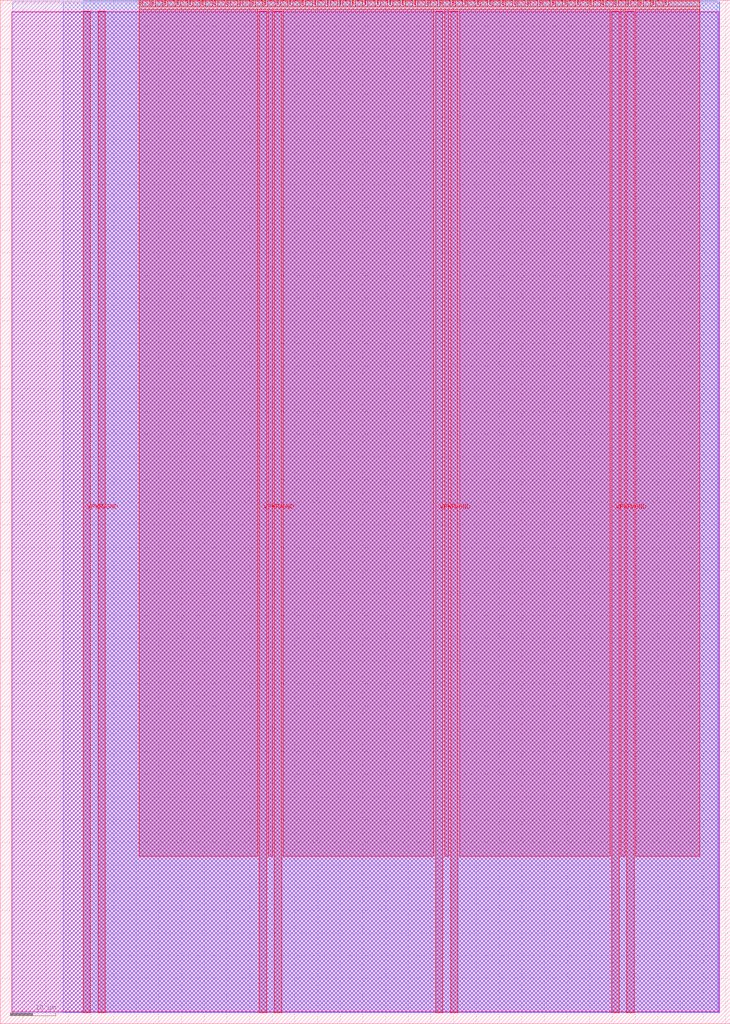
<source format=lef>
VERSION 5.7 ;
  NOWIREEXTENSIONATPIN ON ;
  DIVIDERCHAR "/" ;
  BUSBITCHARS "[]" ;
MACRO tt_um_rejunity_e2m0_x_i8_matmul
  CLASS BLOCK ;
  FOREIGN tt_um_rejunity_e2m0_x_i8_matmul ;
  ORIGIN 0.000 0.000 ;
  SIZE 161.000 BY 225.760 ;
  PIN VGND
    DIRECTION INOUT ;
    USE GROUND ;
    PORT
      LAYER met4 ;
        RECT 21.580 2.480 23.180 223.280 ;
    END
    PORT
      LAYER met4 ;
        RECT 60.450 2.480 62.050 223.280 ;
    END
    PORT
      LAYER met4 ;
        RECT 99.320 2.480 100.920 223.280 ;
    END
    PORT
      LAYER met4 ;
        RECT 138.190 2.480 139.790 223.280 ;
    END
  END VGND
  PIN VPWR
    DIRECTION INOUT ;
    USE POWER ;
    PORT
      LAYER met4 ;
        RECT 18.280 2.480 19.880 223.280 ;
    END
    PORT
      LAYER met4 ;
        RECT 57.150 2.480 58.750 223.280 ;
    END
    PORT
      LAYER met4 ;
        RECT 96.020 2.480 97.620 223.280 ;
    END
    PORT
      LAYER met4 ;
        RECT 134.890 2.480 136.490 223.280 ;
    END
  END VPWR
  PIN clk
    DIRECTION INPUT ;
    USE SIGNAL ;
    ANTENNAGATEAREA 0.852000 ;
    PORT
      LAYER met4 ;
        RECT 143.830 224.760 144.130 225.760 ;
    END
  END clk
  PIN ena
    DIRECTION INPUT ;
    USE SIGNAL ;
    ANTENNAGATEAREA 0.196500 ;
    PORT
      LAYER met4 ;
        RECT 146.590 224.760 146.890 225.760 ;
    END
  END ena
  PIN rst_n
    DIRECTION INPUT ;
    USE SIGNAL ;
    ANTENNAGATEAREA 0.196500 ;
    PORT
      LAYER met4 ;
        RECT 141.070 224.760 141.370 225.760 ;
    END
  END rst_n
  PIN ui_in[0]
    DIRECTION INPUT ;
    USE SIGNAL ;
    ANTENNAGATEAREA 0.213000 ;
    PORT
      LAYER met4 ;
        RECT 138.310 224.760 138.610 225.760 ;
    END
  END ui_in[0]
  PIN ui_in[1]
    DIRECTION INPUT ;
    USE SIGNAL ;
    ANTENNAGATEAREA 0.196500 ;
    PORT
      LAYER met4 ;
        RECT 135.550 224.760 135.850 225.760 ;
    END
  END ui_in[1]
  PIN ui_in[2]
    DIRECTION INPUT ;
    USE SIGNAL ;
    ANTENNAGATEAREA 0.196500 ;
    PORT
      LAYER met4 ;
        RECT 132.790 224.760 133.090 225.760 ;
    END
  END ui_in[2]
  PIN ui_in[3]
    DIRECTION INPUT ;
    USE SIGNAL ;
    ANTENNAGATEAREA 0.196500 ;
    PORT
      LAYER met4 ;
        RECT 130.030 224.760 130.330 225.760 ;
    END
  END ui_in[3]
  PIN ui_in[4]
    DIRECTION INPUT ;
    USE SIGNAL ;
    ANTENNAGATEAREA 0.196500 ;
    PORT
      LAYER met4 ;
        RECT 127.270 224.760 127.570 225.760 ;
    END
  END ui_in[4]
  PIN ui_in[5]
    DIRECTION INPUT ;
    USE SIGNAL ;
    ANTENNAGATEAREA 0.196500 ;
    PORT
      LAYER met4 ;
        RECT 124.510 224.760 124.810 225.760 ;
    END
  END ui_in[5]
  PIN ui_in[6]
    DIRECTION INPUT ;
    USE SIGNAL ;
    ANTENNAGATEAREA 0.196500 ;
    PORT
      LAYER met4 ;
        RECT 121.750 224.760 122.050 225.760 ;
    END
  END ui_in[6]
  PIN ui_in[7]
    DIRECTION INPUT ;
    USE SIGNAL ;
    ANTENNAGATEAREA 0.159000 ;
    PORT
      LAYER met4 ;
        RECT 118.990 224.760 119.290 225.760 ;
    END
  END ui_in[7]
  PIN uio_in[0]
    DIRECTION INPUT ;
    USE SIGNAL ;
    ANTENNAGATEAREA 0.196500 ;
    PORT
      LAYER met4 ;
        RECT 116.230 224.760 116.530 225.760 ;
    END
  END uio_in[0]
  PIN uio_in[1]
    DIRECTION INPUT ;
    USE SIGNAL ;
    ANTENNAGATEAREA 0.196500 ;
    PORT
      LAYER met4 ;
        RECT 113.470 224.760 113.770 225.760 ;
    END
  END uio_in[1]
  PIN uio_in[2]
    DIRECTION INPUT ;
    USE SIGNAL ;
    ANTENNAGATEAREA 0.196500 ;
    PORT
      LAYER met4 ;
        RECT 110.710 224.760 111.010 225.760 ;
    END
  END uio_in[2]
  PIN uio_in[3]
    DIRECTION INPUT ;
    USE SIGNAL ;
    ANTENNAGATEAREA 0.196500 ;
    PORT
      LAYER met4 ;
        RECT 107.950 224.760 108.250 225.760 ;
    END
  END uio_in[3]
  PIN uio_in[4]
    DIRECTION INPUT ;
    USE SIGNAL ;
    ANTENNAGATEAREA 0.196500 ;
    PORT
      LAYER met4 ;
        RECT 105.190 224.760 105.490 225.760 ;
    END
  END uio_in[4]
  PIN uio_in[5]
    DIRECTION INPUT ;
    USE SIGNAL ;
    ANTENNAGATEAREA 0.196500 ;
    PORT
      LAYER met4 ;
        RECT 102.430 224.760 102.730 225.760 ;
    END
  END uio_in[5]
  PIN uio_in[6]
    DIRECTION INPUT ;
    USE SIGNAL ;
    ANTENNAGATEAREA 0.196500 ;
    PORT
      LAYER met4 ;
        RECT 99.670 224.760 99.970 225.760 ;
    END
  END uio_in[6]
  PIN uio_in[7]
    DIRECTION INPUT ;
    USE SIGNAL ;
    ANTENNAGATEAREA 0.196500 ;
    PORT
      LAYER met4 ;
        RECT 96.910 224.760 97.210 225.760 ;
    END
  END uio_in[7]
  PIN uio_oe[0]
    DIRECTION OUTPUT ;
    USE SIGNAL ;
    PORT
      LAYER met4 ;
        RECT 49.990 224.760 50.290 225.760 ;
    END
  END uio_oe[0]
  PIN uio_oe[1]
    DIRECTION OUTPUT ;
    USE SIGNAL ;
    PORT
      LAYER met4 ;
        RECT 47.230 224.760 47.530 225.760 ;
    END
  END uio_oe[1]
  PIN uio_oe[2]
    DIRECTION OUTPUT ;
    USE SIGNAL ;
    PORT
      LAYER met4 ;
        RECT 44.470 224.760 44.770 225.760 ;
    END
  END uio_oe[2]
  PIN uio_oe[3]
    DIRECTION OUTPUT ;
    USE SIGNAL ;
    PORT
      LAYER met4 ;
        RECT 41.710 224.760 42.010 225.760 ;
    END
  END uio_oe[3]
  PIN uio_oe[4]
    DIRECTION OUTPUT ;
    USE SIGNAL ;
    PORT
      LAYER met4 ;
        RECT 38.950 224.760 39.250 225.760 ;
    END
  END uio_oe[4]
  PIN uio_oe[5]
    DIRECTION OUTPUT ;
    USE SIGNAL ;
    PORT
      LAYER met4 ;
        RECT 36.190 224.760 36.490 225.760 ;
    END
  END uio_oe[5]
  PIN uio_oe[6]
    DIRECTION OUTPUT ;
    USE SIGNAL ;
    PORT
      LAYER met4 ;
        RECT 33.430 224.760 33.730 225.760 ;
    END
  END uio_oe[6]
  PIN uio_oe[7]
    DIRECTION OUTPUT ;
    USE SIGNAL ;
    PORT
      LAYER met4 ;
        RECT 30.670 224.760 30.970 225.760 ;
    END
  END uio_oe[7]
  PIN uio_out[0]
    DIRECTION OUTPUT ;
    USE SIGNAL ;
    PORT
      LAYER met4 ;
        RECT 72.070 224.760 72.370 225.760 ;
    END
  END uio_out[0]
  PIN uio_out[1]
    DIRECTION OUTPUT ;
    USE SIGNAL ;
    PORT
      LAYER met4 ;
        RECT 69.310 224.760 69.610 225.760 ;
    END
  END uio_out[1]
  PIN uio_out[2]
    DIRECTION OUTPUT ;
    USE SIGNAL ;
    PORT
      LAYER met4 ;
        RECT 66.550 224.760 66.850 225.760 ;
    END
  END uio_out[2]
  PIN uio_out[3]
    DIRECTION OUTPUT ;
    USE SIGNAL ;
    PORT
      LAYER met4 ;
        RECT 63.790 224.760 64.090 225.760 ;
    END
  END uio_out[3]
  PIN uio_out[4]
    DIRECTION OUTPUT ;
    USE SIGNAL ;
    PORT
      LAYER met4 ;
        RECT 61.030 224.760 61.330 225.760 ;
    END
  END uio_out[4]
  PIN uio_out[5]
    DIRECTION OUTPUT ;
    USE SIGNAL ;
    PORT
      LAYER met4 ;
        RECT 58.270 224.760 58.570 225.760 ;
    END
  END uio_out[5]
  PIN uio_out[6]
    DIRECTION OUTPUT ;
    USE SIGNAL ;
    PORT
      LAYER met4 ;
        RECT 55.510 224.760 55.810 225.760 ;
    END
  END uio_out[6]
  PIN uio_out[7]
    DIRECTION OUTPUT ;
    USE SIGNAL ;
    PORT
      LAYER met4 ;
        RECT 52.750 224.760 53.050 225.760 ;
    END
  END uio_out[7]
  PIN uo_out[0]
    DIRECTION OUTPUT ;
    USE SIGNAL ;
    ANTENNADIFFAREA 0.445500 ;
    PORT
      LAYER met4 ;
        RECT 94.150 224.760 94.450 225.760 ;
    END
  END uo_out[0]
  PIN uo_out[1]
    DIRECTION OUTPUT ;
    USE SIGNAL ;
    ANTENNADIFFAREA 0.445500 ;
    PORT
      LAYER met4 ;
        RECT 91.390 224.760 91.690 225.760 ;
    END
  END uo_out[1]
  PIN uo_out[2]
    DIRECTION OUTPUT ;
    USE SIGNAL ;
    ANTENNADIFFAREA 0.445500 ;
    PORT
      LAYER met4 ;
        RECT 88.630 224.760 88.930 225.760 ;
    END
  END uo_out[2]
  PIN uo_out[3]
    DIRECTION OUTPUT ;
    USE SIGNAL ;
    ANTENNADIFFAREA 0.445500 ;
    PORT
      LAYER met4 ;
        RECT 85.870 224.760 86.170 225.760 ;
    END
  END uo_out[3]
  PIN uo_out[4]
    DIRECTION OUTPUT ;
    USE SIGNAL ;
    ANTENNADIFFAREA 0.445500 ;
    PORT
      LAYER met4 ;
        RECT 83.110 224.760 83.410 225.760 ;
    END
  END uo_out[4]
  PIN uo_out[5]
    DIRECTION OUTPUT ;
    USE SIGNAL ;
    ANTENNADIFFAREA 0.445500 ;
    PORT
      LAYER met4 ;
        RECT 80.350 224.760 80.650 225.760 ;
    END
  END uo_out[5]
  PIN uo_out[6]
    DIRECTION OUTPUT ;
    USE SIGNAL ;
    ANTENNADIFFAREA 0.445500 ;
    PORT
      LAYER met4 ;
        RECT 77.590 224.760 77.890 225.760 ;
    END
  END uo_out[6]
  PIN uo_out[7]
    DIRECTION OUTPUT ;
    USE SIGNAL ;
    ANTENNADIFFAREA 0.445500 ;
    PORT
      LAYER met4 ;
        RECT 74.830 224.760 75.130 225.760 ;
    END
  END uo_out[7]
  OBS
      LAYER nwell ;
        RECT 2.570 2.635 158.430 223.230 ;
      LAYER li1 ;
        RECT 2.760 2.635 158.240 223.125 ;
      LAYER met1 ;
        RECT 2.760 2.480 158.630 225.380 ;
      LAYER met2 ;
        RECT 13.900 2.535 158.600 225.410 ;
      LAYER met3 ;
        RECT 18.290 2.555 158.175 225.580 ;
      LAYER met4 ;
        RECT 31.370 224.360 33.030 225.585 ;
        RECT 34.130 224.360 35.790 225.585 ;
        RECT 36.890 224.360 38.550 225.585 ;
        RECT 39.650 224.360 41.310 225.585 ;
        RECT 42.410 224.360 44.070 225.585 ;
        RECT 45.170 224.360 46.830 225.585 ;
        RECT 47.930 224.360 49.590 225.585 ;
        RECT 50.690 224.360 52.350 225.585 ;
        RECT 53.450 224.360 55.110 225.585 ;
        RECT 56.210 224.360 57.870 225.585 ;
        RECT 58.970 224.360 60.630 225.585 ;
        RECT 61.730 224.360 63.390 225.585 ;
        RECT 64.490 224.360 66.150 225.585 ;
        RECT 67.250 224.360 68.910 225.585 ;
        RECT 70.010 224.360 71.670 225.585 ;
        RECT 72.770 224.360 74.430 225.585 ;
        RECT 75.530 224.360 77.190 225.585 ;
        RECT 78.290 224.360 79.950 225.585 ;
        RECT 81.050 224.360 82.710 225.585 ;
        RECT 83.810 224.360 85.470 225.585 ;
        RECT 86.570 224.360 88.230 225.585 ;
        RECT 89.330 224.360 90.990 225.585 ;
        RECT 92.090 224.360 93.750 225.585 ;
        RECT 94.850 224.360 96.510 225.585 ;
        RECT 97.610 224.360 99.270 225.585 ;
        RECT 100.370 224.360 102.030 225.585 ;
        RECT 103.130 224.360 104.790 225.585 ;
        RECT 105.890 224.360 107.550 225.585 ;
        RECT 108.650 224.360 110.310 225.585 ;
        RECT 111.410 224.360 113.070 225.585 ;
        RECT 114.170 224.360 115.830 225.585 ;
        RECT 116.930 224.360 118.590 225.585 ;
        RECT 119.690 224.360 121.350 225.585 ;
        RECT 122.450 224.360 124.110 225.585 ;
        RECT 125.210 224.360 126.870 225.585 ;
        RECT 127.970 224.360 129.630 225.585 ;
        RECT 130.730 224.360 132.390 225.585 ;
        RECT 133.490 224.360 135.150 225.585 ;
        RECT 136.250 224.360 137.910 225.585 ;
        RECT 139.010 224.360 140.670 225.585 ;
        RECT 141.770 224.360 143.430 225.585 ;
        RECT 144.530 224.360 146.190 225.585 ;
        RECT 147.290 224.360 154.265 225.585 ;
        RECT 30.655 223.680 154.265 224.360 ;
        RECT 30.655 36.895 56.750 223.680 ;
        RECT 59.150 36.895 60.050 223.680 ;
        RECT 62.450 36.895 95.620 223.680 ;
        RECT 98.020 36.895 98.920 223.680 ;
        RECT 101.320 36.895 134.490 223.680 ;
        RECT 136.890 36.895 137.790 223.680 ;
        RECT 140.190 36.895 154.265 223.680 ;
  END
END tt_um_rejunity_e2m0_x_i8_matmul
END LIBRARY


</source>
